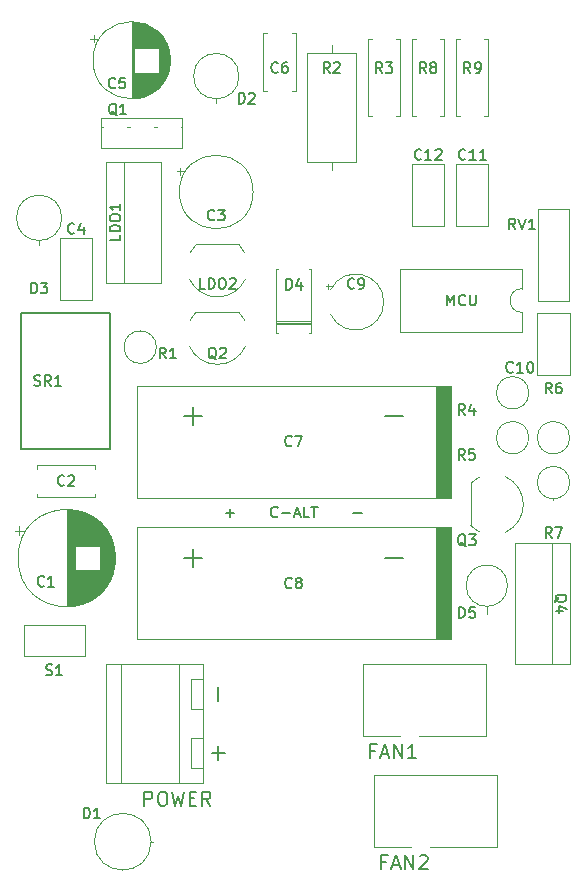
<source format=gbr>
%TF.GenerationSoftware,KiCad,Pcbnew,(6.0.11)*%
%TF.CreationDate,2024-12-17T11:08:08+01:00*%
%TF.ProjectId,Solfacon,536f6c66-6163-46f6-9e2e-6b696361645f,rev?*%
%TF.SameCoordinates,Original*%
%TF.FileFunction,Legend,Top*%
%TF.FilePolarity,Positive*%
%FSLAX46Y46*%
G04 Gerber Fmt 4.6, Leading zero omitted, Abs format (unit mm)*
G04 Created by KiCad (PCBNEW (6.0.11)) date 2024-12-17 11:08:08*
%MOMM*%
%LPD*%
G01*
G04 APERTURE LIST*
%ADD10C,0.150000*%
%ADD11C,0.200000*%
%ADD12C,0.120000*%
%ADD13C,0.127000*%
G04 APERTURE END LIST*
D10*
X47617154Y-93079270D02*
X47617154Y-91936413D01*
X48188583Y-92507842D02*
X47045726Y-92507842D01*
D11*
X63244704Y-63997273D02*
X61720895Y-63997273D01*
X46266961Y-75997273D02*
X44743152Y-75997273D01*
X45505057Y-75235369D02*
X45505057Y-76759178D01*
D10*
X48257142Y-72204416D02*
X48942857Y-72204416D01*
X48600000Y-72547273D02*
X48600000Y-71861559D01*
X52628571Y-72461559D02*
X52585714Y-72504416D01*
X52457142Y-72547273D01*
X52371428Y-72547273D01*
X52242857Y-72504416D01*
X52157142Y-72418702D01*
X52114285Y-72332988D01*
X52071428Y-72161559D01*
X52071428Y-72032988D01*
X52114285Y-71861559D01*
X52157142Y-71775845D01*
X52242857Y-71690131D01*
X52371428Y-71647273D01*
X52457142Y-71647273D01*
X52585714Y-71690131D01*
X52628571Y-71732988D01*
X53014285Y-72204416D02*
X53700000Y-72204416D01*
X54085714Y-72290131D02*
X54514285Y-72290131D01*
X54000000Y-72547273D02*
X54300000Y-71647273D01*
X54600000Y-72547273D01*
X55328571Y-72547273D02*
X54900000Y-72547273D01*
X54900000Y-71647273D01*
X55500000Y-71647273D02*
X56014285Y-71647273D01*
X55757142Y-72547273D02*
X55757142Y-71647273D01*
X59057142Y-72204416D02*
X59742857Y-72204416D01*
X47617154Y-88079270D02*
X47617154Y-86936413D01*
D11*
X46244704Y-63997273D02*
X44720895Y-63997273D01*
X45482800Y-63235369D02*
X45482800Y-64759178D01*
X63266961Y-75997273D02*
X61743152Y-75997273D01*
D10*
%TO.C,C12*%
X64801340Y-42185297D02*
X64758483Y-42228154D01*
X64629912Y-42271011D01*
X64544197Y-42271011D01*
X64415626Y-42228154D01*
X64329912Y-42142440D01*
X64287054Y-42056726D01*
X64244197Y-41885297D01*
X64244197Y-41756726D01*
X64287054Y-41585297D01*
X64329912Y-41499583D01*
X64415626Y-41413869D01*
X64544197Y-41371011D01*
X64629912Y-41371011D01*
X64758483Y-41413869D01*
X64801340Y-41456726D01*
X65658483Y-42271011D02*
X65144197Y-42271011D01*
X65401340Y-42271011D02*
X65401340Y-41371011D01*
X65315626Y-41499583D01*
X65229912Y-41585297D01*
X65144197Y-41628154D01*
X66001340Y-41456726D02*
X66044197Y-41413869D01*
X66129912Y-41371011D01*
X66344197Y-41371011D01*
X66429912Y-41413869D01*
X66472769Y-41456726D01*
X66515626Y-41542440D01*
X66515626Y-41628154D01*
X66472769Y-41756726D01*
X65958483Y-42271011D01*
X66515626Y-42271011D01*
%TO.C,R3*%
X61479686Y-34931881D02*
X61179686Y-34503310D01*
X60965400Y-34931881D02*
X60965400Y-34031881D01*
X61308257Y-34031881D01*
X61393971Y-34074739D01*
X61436828Y-34117596D01*
X61479686Y-34203310D01*
X61479686Y-34331881D01*
X61436828Y-34417596D01*
X61393971Y-34460453D01*
X61308257Y-34503310D01*
X60965400Y-34503310D01*
X61779686Y-34031881D02*
X62336828Y-34031881D01*
X62036828Y-34374739D01*
X62165400Y-34374739D01*
X62251114Y-34417596D01*
X62293971Y-34460453D01*
X62336828Y-34546167D01*
X62336828Y-34760453D01*
X62293971Y-34846167D01*
X62251114Y-34889024D01*
X62165400Y-34931881D01*
X61908257Y-34931881D01*
X61822543Y-34889024D01*
X61779686Y-34846167D01*
%TO.C,D5*%
X67987477Y-81045327D02*
X67987477Y-80145327D01*
X68201763Y-80145327D01*
X68330334Y-80188185D01*
X68416048Y-80273899D01*
X68458905Y-80359613D01*
X68501763Y-80531042D01*
X68501763Y-80659613D01*
X68458905Y-80831042D01*
X68416048Y-80916756D01*
X68330334Y-81002470D01*
X68201763Y-81045327D01*
X67987477Y-81045327D01*
X69316048Y-80145327D02*
X68887477Y-80145327D01*
X68844620Y-80573899D01*
X68887477Y-80531042D01*
X68973191Y-80488185D01*
X69187477Y-80488185D01*
X69273191Y-80531042D01*
X69316048Y-80573899D01*
X69358905Y-80659613D01*
X69358905Y-80873899D01*
X69316048Y-80959613D01*
X69273191Y-81002470D01*
X69187477Y-81045327D01*
X68973191Y-81045327D01*
X68887477Y-81002470D01*
X68844620Y-80959613D01*
%TO.C,C11*%
X68538098Y-42189131D02*
X68495241Y-42231988D01*
X68366670Y-42274845D01*
X68280955Y-42274845D01*
X68152384Y-42231988D01*
X68066670Y-42146274D01*
X68023812Y-42060560D01*
X67980955Y-41889131D01*
X67980955Y-41760560D01*
X68023812Y-41589131D01*
X68066670Y-41503417D01*
X68152384Y-41417703D01*
X68280955Y-41374845D01*
X68366670Y-41374845D01*
X68495241Y-41417703D01*
X68538098Y-41460560D01*
X69395241Y-42274845D02*
X68880955Y-42274845D01*
X69138098Y-42274845D02*
X69138098Y-41374845D01*
X69052384Y-41503417D01*
X68966670Y-41589131D01*
X68880955Y-41631988D01*
X70252384Y-42274845D02*
X69738098Y-42274845D01*
X69995241Y-42274845D02*
X69995241Y-41374845D01*
X69909527Y-41503417D01*
X69823812Y-41589131D01*
X69738098Y-41631988D01*
%TO.C,C4*%
X35432982Y-48459547D02*
X35390124Y-48502404D01*
X35261553Y-48545261D01*
X35175839Y-48545261D01*
X35047267Y-48502404D01*
X34961553Y-48416690D01*
X34918696Y-48330976D01*
X34875839Y-48159547D01*
X34875839Y-48030976D01*
X34918696Y-47859547D01*
X34961553Y-47773833D01*
X35047267Y-47688119D01*
X35175839Y-47645261D01*
X35261553Y-47645261D01*
X35390124Y-47688119D01*
X35432982Y-47730976D01*
X36204410Y-47945261D02*
X36204410Y-48545261D01*
X35990124Y-47602404D02*
X35775839Y-48245261D01*
X36332982Y-48245261D01*
%TO.C,LDO1*%
X39302400Y-48624737D02*
X39302400Y-49053309D01*
X38402400Y-49053309D01*
X39302400Y-48324737D02*
X38402400Y-48324737D01*
X38402400Y-48110451D01*
X38445258Y-47981880D01*
X38530972Y-47896166D01*
X38616686Y-47853309D01*
X38788115Y-47810451D01*
X38916686Y-47810451D01*
X39088115Y-47853309D01*
X39173829Y-47896166D01*
X39259543Y-47981880D01*
X39302400Y-48110451D01*
X39302400Y-48324737D01*
X38402400Y-47253309D02*
X38402400Y-47081880D01*
X38445258Y-46996166D01*
X38530972Y-46910451D01*
X38702400Y-46867594D01*
X39002400Y-46867594D01*
X39173829Y-46910451D01*
X39259543Y-46996166D01*
X39302400Y-47081880D01*
X39302400Y-47253309D01*
X39259543Y-47339023D01*
X39173829Y-47424737D01*
X39002400Y-47467594D01*
X38702400Y-47467594D01*
X38530972Y-47424737D01*
X38445258Y-47339023D01*
X38402400Y-47253309D01*
X39302400Y-46010451D02*
X39302400Y-46524737D01*
X39302400Y-46267594D02*
X38402400Y-46267594D01*
X38530972Y-46353309D01*
X38616686Y-46439023D01*
X38659543Y-46524737D01*
%TO.C,*%
%TO.C,Q1*%
X39009949Y-38503486D02*
X38924235Y-38460629D01*
X38838521Y-38374914D01*
X38709949Y-38246343D01*
X38624235Y-38203486D01*
X38538521Y-38203486D01*
X38581378Y-38417771D02*
X38495664Y-38374914D01*
X38409949Y-38289200D01*
X38367092Y-38117771D01*
X38367092Y-37817771D01*
X38409949Y-37646343D01*
X38495664Y-37560629D01*
X38581378Y-37517771D01*
X38752806Y-37517771D01*
X38838521Y-37560629D01*
X38924235Y-37646343D01*
X38967092Y-37817771D01*
X38967092Y-38117771D01*
X38924235Y-38289200D01*
X38838521Y-38374914D01*
X38752806Y-38417771D01*
X38581378Y-38417771D01*
X39824235Y-38417771D02*
X39309949Y-38417771D01*
X39567092Y-38417771D02*
X39567092Y-37517771D01*
X39481378Y-37646343D01*
X39395664Y-37732057D01*
X39309949Y-37774914D01*
%TO.C,*%
%TO.C,C5*%
X38879794Y-36127608D02*
X38836936Y-36170465D01*
X38708365Y-36213322D01*
X38622651Y-36213322D01*
X38494079Y-36170465D01*
X38408365Y-36084751D01*
X38365508Y-35999037D01*
X38322651Y-35827608D01*
X38322651Y-35699037D01*
X38365508Y-35527608D01*
X38408365Y-35441894D01*
X38494079Y-35356180D01*
X38622651Y-35313322D01*
X38708365Y-35313322D01*
X38836936Y-35356180D01*
X38879794Y-35399037D01*
X39694079Y-35313322D02*
X39265508Y-35313322D01*
X39222651Y-35741894D01*
X39265508Y-35699037D01*
X39351222Y-35656180D01*
X39565508Y-35656180D01*
X39651222Y-35699037D01*
X39694079Y-35741894D01*
X39736936Y-35827608D01*
X39736936Y-36041894D01*
X39694079Y-36127608D01*
X39651222Y-36170465D01*
X39565508Y-36213322D01*
X39351222Y-36213322D01*
X39265508Y-36170465D01*
X39222651Y-36127608D01*
%TO.C,RV1*%
X72770717Y-48167980D02*
X72470717Y-47739409D01*
X72256432Y-48167980D02*
X72256432Y-47267980D01*
X72599289Y-47267980D01*
X72685003Y-47310838D01*
X72727860Y-47353695D01*
X72770717Y-47439409D01*
X72770717Y-47567980D01*
X72727860Y-47653695D01*
X72685003Y-47696552D01*
X72599289Y-47739409D01*
X72256432Y-47739409D01*
X73027860Y-47267980D02*
X73327860Y-48167980D01*
X73627860Y-47267980D01*
X74399289Y-48167980D02*
X73885003Y-48167980D01*
X74142146Y-48167980D02*
X74142146Y-47267980D01*
X74056432Y-47396552D01*
X73970717Y-47482266D01*
X73885003Y-47525123D01*
%TO.C,Q4*%
X76090099Y-79758736D02*
X76132957Y-79673022D01*
X76218671Y-79587308D01*
X76347242Y-79458736D01*
X76390099Y-79373022D01*
X76390099Y-79287308D01*
X76175814Y-79330165D02*
X76218671Y-79244451D01*
X76304385Y-79158736D01*
X76475814Y-79115879D01*
X76775814Y-79115879D01*
X76947242Y-79158736D01*
X77032957Y-79244451D01*
X77075814Y-79330165D01*
X77075814Y-79501593D01*
X77032957Y-79587308D01*
X76947242Y-79673022D01*
X76775814Y-79715879D01*
X76475814Y-79715879D01*
X76304385Y-79673022D01*
X76218671Y-79587308D01*
X76175814Y-79501593D01*
X76175814Y-79330165D01*
X76775814Y-80487308D02*
X76175814Y-80487308D01*
X77118671Y-80273022D02*
X76475814Y-80058736D01*
X76475814Y-80615879D01*
%TO.C,R5*%
X68489706Y-67657881D02*
X68189706Y-67229310D01*
X67975420Y-67657881D02*
X67975420Y-66757881D01*
X68318277Y-66757881D01*
X68403991Y-66800739D01*
X68446848Y-66843596D01*
X68489706Y-66929310D01*
X68489706Y-67057881D01*
X68446848Y-67143596D01*
X68403991Y-67186453D01*
X68318277Y-67229310D01*
X67975420Y-67229310D01*
X69303991Y-66757881D02*
X68875420Y-66757881D01*
X68832563Y-67186453D01*
X68875420Y-67143596D01*
X68961134Y-67100739D01*
X69175420Y-67100739D01*
X69261134Y-67143596D01*
X69303991Y-67186453D01*
X69346848Y-67272167D01*
X69346848Y-67486453D01*
X69303991Y-67572167D01*
X69261134Y-67615024D01*
X69175420Y-67657881D01*
X68961134Y-67657881D01*
X68875420Y-67615024D01*
X68832563Y-67572167D01*
%TO.C,C6*%
X52634722Y-34833239D02*
X52591864Y-34876096D01*
X52463293Y-34918953D01*
X52377579Y-34918953D01*
X52249007Y-34876096D01*
X52163293Y-34790382D01*
X52120436Y-34704668D01*
X52077579Y-34533239D01*
X52077579Y-34404668D01*
X52120436Y-34233239D01*
X52163293Y-34147525D01*
X52249007Y-34061811D01*
X52377579Y-34018953D01*
X52463293Y-34018953D01*
X52591864Y-34061811D01*
X52634722Y-34104668D01*
X53406150Y-34018953D02*
X53234722Y-34018953D01*
X53149007Y-34061811D01*
X53106150Y-34104668D01*
X53020436Y-34233239D01*
X52977579Y-34404668D01*
X52977579Y-34747525D01*
X53020436Y-34833239D01*
X53063293Y-34876096D01*
X53149007Y-34918953D01*
X53320436Y-34918953D01*
X53406150Y-34876096D01*
X53449007Y-34833239D01*
X53491864Y-34747525D01*
X53491864Y-34533239D01*
X53449007Y-34447525D01*
X53406150Y-34404668D01*
X53320436Y-34361811D01*
X53149007Y-34361811D01*
X53063293Y-34404668D01*
X53020436Y-34447525D01*
X52977579Y-34533239D01*
%TO.C,Q2*%
X47454285Y-59177911D02*
X47368571Y-59135054D01*
X47282857Y-59049339D01*
X47154285Y-58920768D01*
X47068571Y-58877911D01*
X46982857Y-58877911D01*
X47025714Y-59092196D02*
X46940000Y-59049339D01*
X46854285Y-58963625D01*
X46811428Y-58792196D01*
X46811428Y-58492196D01*
X46854285Y-58320768D01*
X46940000Y-58235054D01*
X47025714Y-58192196D01*
X47197142Y-58192196D01*
X47282857Y-58235054D01*
X47368571Y-58320768D01*
X47411428Y-58492196D01*
X47411428Y-58792196D01*
X47368571Y-58963625D01*
X47282857Y-59049339D01*
X47197142Y-59092196D01*
X47025714Y-59092196D01*
X47754285Y-58277911D02*
X47797142Y-58235054D01*
X47882857Y-58192196D01*
X48097142Y-58192196D01*
X48182857Y-58235054D01*
X48225714Y-58277911D01*
X48268571Y-58363625D01*
X48268571Y-58449339D01*
X48225714Y-58577911D01*
X47711428Y-59092196D01*
X48268571Y-59092196D01*
%TO.C,FAN2*%
X61796465Y-101713238D02*
X61396465Y-101713238D01*
X61396465Y-102341810D02*
X61396465Y-101141810D01*
X61967894Y-101141810D01*
X62367894Y-101998953D02*
X62939323Y-101998953D01*
X62253608Y-102341810D02*
X62653608Y-101141810D01*
X63053608Y-102341810D01*
X63453608Y-102341810D02*
X63453608Y-101141810D01*
X64139323Y-102341810D01*
X64139323Y-101141810D01*
X64653608Y-101256095D02*
X64710751Y-101198953D01*
X64825037Y-101141810D01*
X65110751Y-101141810D01*
X65225037Y-101198953D01*
X65282180Y-101256095D01*
X65339323Y-101370381D01*
X65339323Y-101484667D01*
X65282180Y-101656095D01*
X64596465Y-102341810D01*
X65339323Y-102341810D01*
%TO.C,*%
%TO.C,C1*%
X32878792Y-78321428D02*
X32835934Y-78364285D01*
X32707363Y-78407142D01*
X32621649Y-78407142D01*
X32493077Y-78364285D01*
X32407363Y-78278571D01*
X32364506Y-78192857D01*
X32321649Y-78021428D01*
X32321649Y-77892857D01*
X32364506Y-77721428D01*
X32407363Y-77635714D01*
X32493077Y-77550000D01*
X32621649Y-77507142D01*
X32707363Y-77507142D01*
X32835934Y-77550000D01*
X32878792Y-77592857D01*
X33735934Y-78407142D02*
X33221649Y-78407142D01*
X33478792Y-78407142D02*
X33478792Y-77507142D01*
X33393077Y-77635714D01*
X33307363Y-77721428D01*
X33221649Y-77764285D01*
%TO.C,C8*%
X53838286Y-78461559D02*
X53795428Y-78504416D01*
X53666857Y-78547273D01*
X53581143Y-78547273D01*
X53452571Y-78504416D01*
X53366857Y-78418702D01*
X53324000Y-78332988D01*
X53281143Y-78161559D01*
X53281143Y-78032988D01*
X53324000Y-77861559D01*
X53366857Y-77775845D01*
X53452571Y-77690131D01*
X53581143Y-77647273D01*
X53666857Y-77647273D01*
X53795428Y-77690131D01*
X53838286Y-77732988D01*
X54352571Y-78032988D02*
X54266857Y-77990131D01*
X54224000Y-77947273D01*
X54181143Y-77861559D01*
X54181143Y-77818702D01*
X54224000Y-77732988D01*
X54266857Y-77690131D01*
X54352571Y-77647273D01*
X54524000Y-77647273D01*
X54609714Y-77690131D01*
X54652571Y-77732988D01*
X54695428Y-77818702D01*
X54695428Y-77861559D01*
X54652571Y-77947273D01*
X54609714Y-77990131D01*
X54524000Y-78032988D01*
X54352571Y-78032988D01*
X54266857Y-78075845D01*
X54224000Y-78118702D01*
X54181143Y-78204416D01*
X54181143Y-78375845D01*
X54224000Y-78461559D01*
X54266857Y-78504416D01*
X54352571Y-78547273D01*
X54524000Y-78547273D01*
X54609714Y-78504416D01*
X54652571Y-78461559D01*
X54695428Y-78375845D01*
X54695428Y-78204416D01*
X54652571Y-78118702D01*
X54609714Y-78075845D01*
X54524000Y-78032988D01*
%TO.C,R1*%
X43182291Y-59095184D02*
X42882291Y-58666613D01*
X42668005Y-59095184D02*
X42668005Y-58195184D01*
X43010862Y-58195184D01*
X43096576Y-58238042D01*
X43139433Y-58280899D01*
X43182291Y-58366613D01*
X43182291Y-58495184D01*
X43139433Y-58580899D01*
X43096576Y-58623756D01*
X43010862Y-58666613D01*
X42668005Y-58666613D01*
X44039433Y-59095184D02*
X43525148Y-59095184D01*
X43782291Y-59095184D02*
X43782291Y-58195184D01*
X43696576Y-58323756D01*
X43610862Y-58409470D01*
X43525148Y-58452327D01*
%TO.C,C10*%
X72565611Y-60202607D02*
X72522754Y-60245464D01*
X72394183Y-60288321D01*
X72308468Y-60288321D01*
X72179897Y-60245464D01*
X72094183Y-60159750D01*
X72051325Y-60074036D01*
X72008468Y-59902607D01*
X72008468Y-59774036D01*
X72051325Y-59602607D01*
X72094183Y-59516893D01*
X72179897Y-59431179D01*
X72308468Y-59388321D01*
X72394183Y-59388321D01*
X72522754Y-59431179D01*
X72565611Y-59474036D01*
X73422754Y-60288321D02*
X72908468Y-60288321D01*
X73165611Y-60288321D02*
X73165611Y-59388321D01*
X73079897Y-59516893D01*
X72994183Y-59602607D01*
X72908468Y-59645464D01*
X73979897Y-59388321D02*
X74065611Y-59388321D01*
X74151325Y-59431179D01*
X74194183Y-59474036D01*
X74237040Y-59559750D01*
X74279897Y-59731179D01*
X74279897Y-59945464D01*
X74237040Y-60116893D01*
X74194183Y-60202607D01*
X74151325Y-60245464D01*
X74065611Y-60288321D01*
X73979897Y-60288321D01*
X73894183Y-60245464D01*
X73851325Y-60202607D01*
X73808468Y-60116893D01*
X73765611Y-59945464D01*
X73765611Y-59731179D01*
X73808468Y-59559750D01*
X73851325Y-59474036D01*
X73894183Y-59431179D01*
X73979897Y-59388321D01*
%TO.C,C3*%
X47286198Y-47321428D02*
X47243340Y-47364285D01*
X47114769Y-47407142D01*
X47029055Y-47407142D01*
X46900483Y-47364285D01*
X46814769Y-47278571D01*
X46771912Y-47192857D01*
X46729055Y-47021428D01*
X46729055Y-46892857D01*
X46771912Y-46721428D01*
X46814769Y-46635714D01*
X46900483Y-46550000D01*
X47029055Y-46507142D01*
X47114769Y-46507142D01*
X47243340Y-46550000D01*
X47286198Y-46592857D01*
X47586198Y-46507142D02*
X48143340Y-46507142D01*
X47843340Y-46850000D01*
X47971912Y-46850000D01*
X48057626Y-46892857D01*
X48100483Y-46935714D01*
X48143340Y-47021428D01*
X48143340Y-47235714D01*
X48100483Y-47321428D01*
X48057626Y-47364285D01*
X47971912Y-47407142D01*
X47714769Y-47407142D01*
X47629055Y-47364285D01*
X47586198Y-47321428D01*
%TO.C,D4*%
X53343551Y-53260933D02*
X53343551Y-52360933D01*
X53557837Y-52360933D01*
X53686408Y-52403791D01*
X53772122Y-52489505D01*
X53814979Y-52575219D01*
X53857837Y-52746648D01*
X53857837Y-52875219D01*
X53814979Y-53046648D01*
X53772122Y-53132362D01*
X53686408Y-53218076D01*
X53557837Y-53260933D01*
X53343551Y-53260933D01*
X54629265Y-52660933D02*
X54629265Y-53260933D01*
X54414979Y-52318076D02*
X54200694Y-52960933D01*
X54757837Y-52960933D01*
%TO.C,R7*%
X75838286Y-74260892D02*
X75538286Y-73832321D01*
X75324000Y-74260892D02*
X75324000Y-73360892D01*
X75666857Y-73360892D01*
X75752571Y-73403750D01*
X75795428Y-73446607D01*
X75838286Y-73532321D01*
X75838286Y-73660892D01*
X75795428Y-73746607D01*
X75752571Y-73789464D01*
X75666857Y-73832321D01*
X75324000Y-73832321D01*
X76138286Y-73360892D02*
X76738286Y-73360892D01*
X76352571Y-74260892D01*
%TO.C,D2*%
X49335714Y-37517142D02*
X49335714Y-36617142D01*
X49550000Y-36617142D01*
X49678571Y-36660000D01*
X49764285Y-36745714D01*
X49807142Y-36831428D01*
X49850000Y-37002857D01*
X49850000Y-37131428D01*
X49807142Y-37302857D01*
X49764285Y-37388571D01*
X49678571Y-37474285D01*
X49550000Y-37517142D01*
X49335714Y-37517142D01*
X50192857Y-36702857D02*
X50235714Y-36660000D01*
X50321428Y-36617142D01*
X50535714Y-36617142D01*
X50621428Y-36660000D01*
X50664285Y-36702857D01*
X50707142Y-36788571D01*
X50707142Y-36874285D01*
X50664285Y-37002857D01*
X50150000Y-37517142D01*
X50707142Y-37517142D01*
%TO.C, *%
%TO.C,*%
%TO.C,C2*%
X34576954Y-69801341D02*
X34534096Y-69844198D01*
X34405525Y-69887055D01*
X34319811Y-69887055D01*
X34191239Y-69844198D01*
X34105525Y-69758484D01*
X34062668Y-69672770D01*
X34019811Y-69501341D01*
X34019811Y-69372770D01*
X34062668Y-69201341D01*
X34105525Y-69115627D01*
X34191239Y-69029913D01*
X34319811Y-68987055D01*
X34405525Y-68987055D01*
X34534096Y-69029913D01*
X34576954Y-69072770D01*
X34919811Y-69072770D02*
X34962668Y-69029913D01*
X35048382Y-68987055D01*
X35262668Y-68987055D01*
X35348382Y-69029913D01*
X35391239Y-69072770D01*
X35434096Y-69158484D01*
X35434096Y-69244198D01*
X35391239Y-69372770D01*
X34876954Y-69887055D01*
X35434096Y-69887055D01*
%TO.C,R8*%
X65220112Y-34931881D02*
X64920112Y-34503310D01*
X64705826Y-34931881D02*
X64705826Y-34031881D01*
X65048683Y-34031881D01*
X65134397Y-34074739D01*
X65177254Y-34117596D01*
X65220112Y-34203310D01*
X65220112Y-34331881D01*
X65177254Y-34417596D01*
X65134397Y-34460453D01*
X65048683Y-34503310D01*
X64705826Y-34503310D01*
X65734397Y-34417596D02*
X65648683Y-34374739D01*
X65605826Y-34331881D01*
X65562969Y-34246167D01*
X65562969Y-34203310D01*
X65605826Y-34117596D01*
X65648683Y-34074739D01*
X65734397Y-34031881D01*
X65905826Y-34031881D01*
X65991540Y-34074739D01*
X66034397Y-34117596D01*
X66077254Y-34203310D01*
X66077254Y-34246167D01*
X66034397Y-34331881D01*
X65991540Y-34374739D01*
X65905826Y-34417596D01*
X65734397Y-34417596D01*
X65648683Y-34460453D01*
X65605826Y-34503310D01*
X65562969Y-34589024D01*
X65562969Y-34760453D01*
X65605826Y-34846167D01*
X65648683Y-34889024D01*
X65734397Y-34931881D01*
X65905826Y-34931881D01*
X65991540Y-34889024D01*
X66034397Y-34846167D01*
X66077254Y-34760453D01*
X66077254Y-34589024D01*
X66034397Y-34503310D01*
X65991540Y-34460453D01*
X65905826Y-34417596D01*
%TO.C,Q3*%
X68578401Y-74982994D02*
X68492687Y-74940137D01*
X68406973Y-74854422D01*
X68278401Y-74725851D01*
X68192687Y-74682994D01*
X68106973Y-74682994D01*
X68149830Y-74897279D02*
X68064116Y-74854422D01*
X67978401Y-74768708D01*
X67935544Y-74597279D01*
X67935544Y-74297279D01*
X67978401Y-74125851D01*
X68064116Y-74040137D01*
X68149830Y-73997279D01*
X68321258Y-73997279D01*
X68406973Y-74040137D01*
X68492687Y-74125851D01*
X68535544Y-74297279D01*
X68535544Y-74597279D01*
X68492687Y-74768708D01*
X68406973Y-74854422D01*
X68321258Y-74897279D01*
X68149830Y-74897279D01*
X68835544Y-73997279D02*
X69392687Y-73997279D01*
X69092687Y-74340137D01*
X69221258Y-74340137D01*
X69306973Y-74382994D01*
X69349830Y-74425851D01*
X69392687Y-74511565D01*
X69392687Y-74725851D01*
X69349830Y-74811565D01*
X69306973Y-74854422D01*
X69221258Y-74897279D01*
X68964116Y-74897279D01*
X68878401Y-74854422D01*
X68835544Y-74811565D01*
%TO.C,C7*%
X53838286Y-66461559D02*
X53795428Y-66504416D01*
X53666857Y-66547273D01*
X53581143Y-66547273D01*
X53452571Y-66504416D01*
X53366857Y-66418702D01*
X53324000Y-66332988D01*
X53281143Y-66161559D01*
X53281143Y-66032988D01*
X53324000Y-65861559D01*
X53366857Y-65775845D01*
X53452571Y-65690131D01*
X53581143Y-65647273D01*
X53666857Y-65647273D01*
X53795428Y-65690131D01*
X53838286Y-65732988D01*
X54138286Y-65647273D02*
X54738286Y-65647273D01*
X54352571Y-66547273D01*
%TO.C,*%
%TO.C,R9*%
X68965614Y-34931881D02*
X68665614Y-34503310D01*
X68451328Y-34931881D02*
X68451328Y-34031881D01*
X68794185Y-34031881D01*
X68879899Y-34074739D01*
X68922756Y-34117596D01*
X68965614Y-34203310D01*
X68965614Y-34331881D01*
X68922756Y-34417596D01*
X68879899Y-34460453D01*
X68794185Y-34503310D01*
X68451328Y-34503310D01*
X69394185Y-34931881D02*
X69565614Y-34931881D01*
X69651328Y-34889024D01*
X69694185Y-34846167D01*
X69779899Y-34717596D01*
X69822756Y-34546167D01*
X69822756Y-34203310D01*
X69779899Y-34117596D01*
X69737042Y-34074739D01*
X69651328Y-34031881D01*
X69479899Y-34031881D01*
X69394185Y-34074739D01*
X69351328Y-34117596D01*
X69308471Y-34203310D01*
X69308471Y-34417596D01*
X69351328Y-34503310D01*
X69394185Y-34546167D01*
X69479899Y-34589024D01*
X69651328Y-34589024D01*
X69737042Y-34546167D01*
X69779899Y-34503310D01*
X69822756Y-34417596D01*
%TO.C,LDO2*%
X46487522Y-53193886D02*
X46058951Y-53193886D01*
X46058951Y-52293886D01*
X46787522Y-53193886D02*
X46787522Y-52293886D01*
X47001808Y-52293886D01*
X47130379Y-52336744D01*
X47216093Y-52422458D01*
X47258951Y-52508172D01*
X47301808Y-52679601D01*
X47301808Y-52808172D01*
X47258951Y-52979601D01*
X47216093Y-53065315D01*
X47130379Y-53151029D01*
X47001808Y-53193886D01*
X46787522Y-53193886D01*
X47858951Y-52293886D02*
X48030379Y-52293886D01*
X48116093Y-52336744D01*
X48201808Y-52422458D01*
X48244665Y-52593886D01*
X48244665Y-52893886D01*
X48201808Y-53065315D01*
X48116093Y-53151029D01*
X48030379Y-53193886D01*
X47858951Y-53193886D01*
X47773236Y-53151029D01*
X47687522Y-53065315D01*
X47644665Y-52893886D01*
X47644665Y-52593886D01*
X47687522Y-52422458D01*
X47773236Y-52336744D01*
X47858951Y-52293886D01*
X48587522Y-52379601D02*
X48630379Y-52336744D01*
X48716093Y-52293886D01*
X48930379Y-52293886D01*
X49016093Y-52336744D01*
X49058951Y-52379601D01*
X49101808Y-52465315D01*
X49101808Y-52551029D01*
X49058951Y-52679601D01*
X48544665Y-53193886D01*
X49101808Y-53193886D01*
%TO.C,POWER1*%
X41350825Y-96974572D02*
X41350825Y-95774572D01*
X41807968Y-95774572D01*
X41922254Y-95831715D01*
X41979396Y-95888857D01*
X42036539Y-96003143D01*
X42036539Y-96174572D01*
X41979396Y-96288857D01*
X41922254Y-96346000D01*
X41807968Y-96403143D01*
X41350825Y-96403143D01*
X42779396Y-95774572D02*
X43007968Y-95774572D01*
X43122254Y-95831715D01*
X43236539Y-95946000D01*
X43293682Y-96174572D01*
X43293682Y-96574572D01*
X43236539Y-96803143D01*
X43122254Y-96917429D01*
X43007968Y-96974572D01*
X42779396Y-96974572D01*
X42665111Y-96917429D01*
X42550825Y-96803143D01*
X42493682Y-96574572D01*
X42493682Y-96174572D01*
X42550825Y-95946000D01*
X42665111Y-95831715D01*
X42779396Y-95774572D01*
X43693682Y-95774572D02*
X43979396Y-96974572D01*
X44207968Y-96117429D01*
X44436539Y-96974572D01*
X44722254Y-95774572D01*
X45179396Y-96346000D02*
X45579396Y-96346000D01*
X45750825Y-96974572D02*
X45179396Y-96974572D01*
X45179396Y-95774572D01*
X45750825Y-95774572D01*
X46950825Y-96974572D02*
X46550825Y-96403143D01*
X46265111Y-96974572D02*
X46265111Y-95774572D01*
X46722254Y-95774572D01*
X46836539Y-95831715D01*
X46893682Y-95888857D01*
X46950825Y-96003143D01*
X46950825Y-96174572D01*
X46893682Y-96288857D01*
X46836539Y-96346000D01*
X46722254Y-96403143D01*
X46265111Y-96403143D01*
%TO.C,S1*%
X33044285Y-85864285D02*
X33172857Y-85907142D01*
X33387142Y-85907142D01*
X33472857Y-85864285D01*
X33515714Y-85821428D01*
X33558571Y-85735714D01*
X33558571Y-85650000D01*
X33515714Y-85564285D01*
X33472857Y-85521428D01*
X33387142Y-85478571D01*
X33215714Y-85435714D01*
X33130000Y-85392857D01*
X33087142Y-85350000D01*
X33044285Y-85264285D01*
X33044285Y-85178571D01*
X33087142Y-85092857D01*
X33130000Y-85050000D01*
X33215714Y-85007142D01*
X33430000Y-85007142D01*
X33558571Y-85050000D01*
X34415714Y-85907142D02*
X33901428Y-85907142D01*
X34158571Y-85907142D02*
X34158571Y-85007142D01*
X34072857Y-85135714D01*
X33987142Y-85221428D01*
X33901428Y-85264285D01*
%TO.C,R6*%
X75838286Y-62059267D02*
X75538286Y-61630696D01*
X75324000Y-62059267D02*
X75324000Y-61159267D01*
X75666857Y-61159267D01*
X75752571Y-61202125D01*
X75795428Y-61244982D01*
X75838286Y-61330696D01*
X75838286Y-61459267D01*
X75795428Y-61544982D01*
X75752571Y-61587839D01*
X75666857Y-61630696D01*
X75324000Y-61630696D01*
X76609714Y-61159267D02*
X76438286Y-61159267D01*
X76352571Y-61202125D01*
X76309714Y-61244982D01*
X76224000Y-61373553D01*
X76181143Y-61544982D01*
X76181143Y-61887839D01*
X76224000Y-61973553D01*
X76266857Y-62016410D01*
X76352571Y-62059267D01*
X76524000Y-62059267D01*
X76609714Y-62016410D01*
X76652571Y-61973553D01*
X76695428Y-61887839D01*
X76695428Y-61673553D01*
X76652571Y-61587839D01*
X76609714Y-61544982D01*
X76524000Y-61502125D01*
X76352571Y-61502125D01*
X76266857Y-61544982D01*
X76224000Y-61587839D01*
X76181143Y-61673553D01*
%TO.C,D1*%
X36221543Y-98027932D02*
X36221543Y-97127932D01*
X36435829Y-97127932D01*
X36564400Y-97170790D01*
X36650114Y-97256504D01*
X36692971Y-97342218D01*
X36735829Y-97513647D01*
X36735829Y-97642218D01*
X36692971Y-97813647D01*
X36650114Y-97899361D01*
X36564400Y-97985075D01*
X36435829Y-98027932D01*
X36221543Y-98027932D01*
X37592971Y-98027932D02*
X37078686Y-98027932D01*
X37335829Y-98027932D02*
X37335829Y-97127932D01*
X37250114Y-97256504D01*
X37164400Y-97342218D01*
X37078686Y-97385075D01*
%TO.C,FAN1*%
X60839962Y-92296063D02*
X60439962Y-92296063D01*
X60439962Y-92924635D02*
X60439962Y-91724635D01*
X61011391Y-91724635D01*
X61411391Y-92581778D02*
X61982820Y-92581778D01*
X61297105Y-92924635D02*
X61697105Y-91724635D01*
X62097105Y-92924635D01*
X62497105Y-92924635D02*
X62497105Y-91724635D01*
X63182820Y-92924635D01*
X63182820Y-91724635D01*
X64382820Y-92924635D02*
X63697105Y-92924635D01*
X64039962Y-92924635D02*
X64039962Y-91724635D01*
X63925677Y-91896063D01*
X63811391Y-92010349D01*
X63697105Y-92067492D01*
%TO.C,R4*%
X68489706Y-63870378D02*
X68189706Y-63441807D01*
X67975420Y-63870378D02*
X67975420Y-62970378D01*
X68318277Y-62970378D01*
X68403991Y-63013236D01*
X68446848Y-63056093D01*
X68489706Y-63141807D01*
X68489706Y-63270378D01*
X68446848Y-63356093D01*
X68403991Y-63398950D01*
X68318277Y-63441807D01*
X67975420Y-63441807D01*
X69261134Y-63270378D02*
X69261134Y-63870378D01*
X69046848Y-62927521D02*
X68832563Y-63570378D01*
X69389706Y-63570378D01*
%TO.C,SR1*%
X32015297Y-61364285D02*
X32143869Y-61407142D01*
X32358154Y-61407142D01*
X32443869Y-61364285D01*
X32486726Y-61321428D01*
X32529583Y-61235714D01*
X32529583Y-61150000D01*
X32486726Y-61064285D01*
X32443869Y-61021428D01*
X32358154Y-60978571D01*
X32186726Y-60935714D01*
X32101012Y-60892857D01*
X32058154Y-60850000D01*
X32015297Y-60764285D01*
X32015297Y-60678571D01*
X32058154Y-60592857D01*
X32101012Y-60550000D01*
X32186726Y-60507142D01*
X32401012Y-60507142D01*
X32529583Y-60550000D01*
X33429583Y-61407142D02*
X33129583Y-60978571D01*
X32915297Y-61407142D02*
X32915297Y-60507142D01*
X33258154Y-60507142D01*
X33343869Y-60550000D01*
X33386726Y-60592857D01*
X33429583Y-60678571D01*
X33429583Y-60807142D01*
X33386726Y-60892857D01*
X33343869Y-60935714D01*
X33258154Y-60978571D01*
X32915297Y-60978571D01*
X34286726Y-61407142D02*
X33772440Y-61407142D01*
X34029583Y-61407142D02*
X34029583Y-60507142D01*
X33943869Y-60635714D01*
X33858154Y-60721428D01*
X33772440Y-60764285D01*
%TO.C,C9*%
X59110378Y-53109379D02*
X59067520Y-53152236D01*
X58938949Y-53195093D01*
X58853235Y-53195093D01*
X58724663Y-53152236D01*
X58638949Y-53066522D01*
X58596092Y-52980808D01*
X58553235Y-52809379D01*
X58553235Y-52680808D01*
X58596092Y-52509379D01*
X58638949Y-52423665D01*
X58724663Y-52337951D01*
X58853235Y-52295093D01*
X58938949Y-52295093D01*
X59067520Y-52337951D01*
X59110378Y-52380808D01*
X59538949Y-53195093D02*
X59710378Y-53195093D01*
X59796092Y-53152236D01*
X59838949Y-53109379D01*
X59924663Y-52980808D01*
X59967520Y-52809379D01*
X59967520Y-52466522D01*
X59924663Y-52380808D01*
X59881806Y-52337951D01*
X59796092Y-52295093D01*
X59624663Y-52295093D01*
X59538949Y-52337951D01*
X59496092Y-52380808D01*
X59453235Y-52466522D01*
X59453235Y-52680808D01*
X59496092Y-52766522D01*
X59538949Y-52809379D01*
X59624663Y-52852236D01*
X59796092Y-52852236D01*
X59881806Y-52809379D01*
X59924663Y-52766522D01*
X59967520Y-52680808D01*
%TO.C,U1*%
X66966857Y-54587142D02*
X66966857Y-53687142D01*
X67266857Y-54330000D01*
X67566857Y-53687142D01*
X67566857Y-54587142D01*
X68509714Y-54501428D02*
X68466857Y-54544285D01*
X68338286Y-54587142D01*
X68252571Y-54587142D01*
X68124000Y-54544285D01*
X68038286Y-54458571D01*
X67995428Y-54372857D01*
X67952571Y-54201428D01*
X67952571Y-54072857D01*
X67995428Y-53901428D01*
X68038286Y-53815714D01*
X68124000Y-53730000D01*
X68252571Y-53687142D01*
X68338286Y-53687142D01*
X68466857Y-53730000D01*
X68509714Y-53772857D01*
X68895428Y-53687142D02*
X68895428Y-54415714D01*
X68938286Y-54501428D01*
X68981143Y-54544285D01*
X69066857Y-54587142D01*
X69238286Y-54587142D01*
X69324000Y-54544285D01*
X69366857Y-54501428D01*
X69409714Y-54415714D01*
X69409714Y-53687142D01*
%TO.C,R2*%
X57056598Y-34926641D02*
X56756598Y-34498070D01*
X56542312Y-34926641D02*
X56542312Y-34026641D01*
X56885169Y-34026641D01*
X56970883Y-34069499D01*
X57013740Y-34112356D01*
X57056598Y-34198070D01*
X57056598Y-34326641D01*
X57013740Y-34412356D01*
X56970883Y-34455213D01*
X56885169Y-34498070D01*
X56542312Y-34498070D01*
X57399455Y-34112356D02*
X57442312Y-34069499D01*
X57528026Y-34026641D01*
X57742312Y-34026641D01*
X57828026Y-34069499D01*
X57870883Y-34112356D01*
X57913740Y-34198070D01*
X57913740Y-34283784D01*
X57870883Y-34412356D01*
X57356598Y-34926641D01*
X57913740Y-34926641D01*
%TO.C,D3*%
X31776015Y-53595013D02*
X31776015Y-52695013D01*
X31990301Y-52695013D01*
X32118872Y-52737871D01*
X32204586Y-52823585D01*
X32247443Y-52909299D01*
X32290301Y-53080728D01*
X32290301Y-53209299D01*
X32247443Y-53380728D01*
X32204586Y-53466442D01*
X32118872Y-53552156D01*
X31990301Y-53595013D01*
X31776015Y-53595013D01*
X32590301Y-52695013D02*
X33147443Y-52695013D01*
X32847443Y-53037871D01*
X32976015Y-53037871D01*
X33061729Y-53080728D01*
X33104586Y-53123585D01*
X33147443Y-53209299D01*
X33147443Y-53423585D01*
X33104586Y-53509299D01*
X33061729Y-53552156D01*
X32976015Y-53595013D01*
X32718872Y-53595013D01*
X32633158Y-53552156D01*
X32590301Y-53509299D01*
%TO.C,*%
D12*
%TO.C,C12*%
X64000112Y-47870000D02*
X64000112Y-42630000D01*
X66740112Y-47870000D02*
X66740112Y-42630000D01*
X64000112Y-47870000D02*
X66740112Y-47870000D01*
X64000112Y-42630000D02*
X66740112Y-42630000D01*
%TO.C,R3*%
X62669686Y-32020340D02*
X62999686Y-32020340D01*
X60259686Y-38560340D02*
X60589686Y-38560340D01*
X62999686Y-38560340D02*
X62669686Y-38560340D01*
X60589686Y-32020340D02*
X60259686Y-32020340D01*
X62999686Y-32020340D02*
X62999686Y-38560340D01*
X60259686Y-32020340D02*
X60259686Y-38560340D01*
%TO.C,D5*%
X70350204Y-80080766D02*
X70350204Y-80740131D01*
X72100839Y-78330131D02*
G75*
G03*
X72100839Y-78330131I-1750635J0D01*
G01*
%TO.C,C11*%
X70476870Y-47870000D02*
X70476870Y-42630000D01*
X67736870Y-42630000D02*
X70476870Y-42630000D01*
X67736870Y-47870000D02*
X70476870Y-47870000D01*
X67736870Y-47870000D02*
X67736870Y-42630000D01*
%TO.C,C4*%
X36952982Y-54150987D02*
X34212982Y-54150987D01*
X36952982Y-48910987D02*
X34212982Y-48910987D01*
X36952982Y-48910987D02*
X36952982Y-54150987D01*
X34212982Y-48910987D02*
X34212982Y-54150987D01*
%TO.C,LDO1*%
X38106883Y-42433309D02*
X42747883Y-42433309D01*
X38106883Y-52673309D02*
X38106883Y-42433309D01*
X42747883Y-52673309D02*
X42747883Y-42433309D01*
X39616883Y-52673309D02*
X39616883Y-42433309D01*
X38106883Y-52673309D02*
X42747883Y-52673309D01*
%TO.C,Q1*%
X39842075Y-39469000D02*
X40115075Y-39469000D01*
X44533075Y-38730000D02*
X44533075Y-41270000D01*
X44422075Y-39469000D02*
X44533075Y-39469000D01*
X37713075Y-41270000D02*
X44533075Y-41270000D01*
X37713075Y-39469000D02*
X37824075Y-39469000D01*
X42132075Y-39469000D02*
X42405075Y-39469000D01*
X37713075Y-38730000D02*
X37713075Y-41270000D01*
X37713075Y-38730000D02*
X44533075Y-38730000D01*
%TO.C,C5*%
X41640794Y-34887238D02*
X41640794Y-36781238D01*
X40839794Y-34887238D02*
X40839794Y-37029238D01*
X42440794Y-31431238D02*
X42440794Y-32807238D01*
X42880794Y-31903238D02*
X42880794Y-35791238D01*
X41880794Y-34887238D02*
X41880794Y-36659238D01*
X42400794Y-34887238D02*
X42400794Y-36297238D01*
X40679794Y-30641238D02*
X40679794Y-32807238D01*
X43160794Y-32338238D02*
X43160794Y-35356238D01*
X42240794Y-31269238D02*
X42240794Y-32807238D01*
X42040794Y-34887238D02*
X42040794Y-36563238D01*
X41240794Y-30761238D02*
X41240794Y-32807238D01*
X40919794Y-34887238D02*
X40919794Y-37014238D01*
X41160794Y-34887238D02*
X41160794Y-36957238D01*
X41320794Y-30786238D02*
X41320794Y-32807238D01*
X42440794Y-34887238D02*
X42440794Y-36263238D01*
X41880794Y-31035238D02*
X41880794Y-32807238D01*
X41680794Y-34887238D02*
X41680794Y-36763238D01*
X43440794Y-33045238D02*
X43440794Y-34649238D01*
X42680794Y-31665238D02*
X42680794Y-36029238D01*
X41000794Y-30697238D02*
X41000794Y-32807238D01*
X42720794Y-31710238D02*
X42720794Y-35984238D01*
X43040794Y-32133238D02*
X43040794Y-35561238D01*
X36779553Y-32008238D02*
X37409553Y-32008238D01*
X41760794Y-30971238D02*
X41760794Y-32807238D01*
X37094553Y-31693238D02*
X37094553Y-32323238D01*
X41080794Y-34887238D02*
X41080794Y-36978238D01*
X41640794Y-30913238D02*
X41640794Y-32807238D01*
X41360794Y-34887238D02*
X41360794Y-36894238D01*
X40799794Y-30658238D02*
X40799794Y-32807238D01*
X41600794Y-30895238D02*
X41600794Y-32807238D01*
X41520794Y-30861238D02*
X41520794Y-32807238D01*
X42000794Y-34887238D02*
X42000794Y-36589238D01*
X43080794Y-32197238D02*
X43080794Y-35497238D01*
X40599794Y-34887238D02*
X40599794Y-37062238D01*
X42520794Y-34887238D02*
X42520794Y-36190238D01*
X41560794Y-30877238D02*
X41560794Y-32807238D01*
X40719794Y-30646238D02*
X40719794Y-32807238D01*
X42200794Y-31240238D02*
X42200794Y-32807238D01*
X42400794Y-31397238D02*
X42400794Y-32807238D01*
X40319794Y-30617238D02*
X40319794Y-37077238D01*
X40879794Y-30672238D02*
X40879794Y-32807238D01*
X41040794Y-30706238D02*
X41040794Y-32807238D01*
X42120794Y-31183238D02*
X42120794Y-32807238D01*
X42560794Y-31542238D02*
X42560794Y-32807238D01*
X40519794Y-34887238D02*
X40519794Y-37069238D01*
X41240794Y-34887238D02*
X41240794Y-36933238D01*
X42920794Y-31957238D02*
X42920794Y-35737238D01*
X42040794Y-31131238D02*
X42040794Y-32807238D01*
X40719794Y-34887238D02*
X40719794Y-37048238D01*
X42240794Y-34887238D02*
X42240794Y-36425238D01*
X42560794Y-34887238D02*
X42560794Y-36152238D01*
X40559794Y-30629238D02*
X40559794Y-32807238D01*
X41160794Y-30737238D02*
X41160794Y-32807238D01*
X41760794Y-34887238D02*
X41760794Y-36723238D01*
X40279794Y-30617238D02*
X40279794Y-37077238D01*
X40399794Y-30619238D02*
X40399794Y-37075238D01*
X40679794Y-34887238D02*
X40679794Y-37053238D01*
X41080794Y-30716238D02*
X41080794Y-32807238D01*
X41800794Y-30991238D02*
X41800794Y-32807238D01*
X41200794Y-30749238D02*
X41200794Y-32807238D01*
X42120794Y-34887238D02*
X42120794Y-36511238D01*
X41440794Y-30829238D02*
X41440794Y-32807238D01*
X41960794Y-31081238D02*
X41960794Y-32807238D01*
X43480794Y-33214238D02*
X43480794Y-34480238D01*
X42280794Y-34887238D02*
X42280794Y-36395238D01*
X41480794Y-30845238D02*
X41480794Y-32807238D01*
X41440794Y-34887238D02*
X41440794Y-36865238D01*
X43280794Y-32585238D02*
X43280794Y-35109238D01*
X41280794Y-34887238D02*
X41280794Y-36921238D01*
X41920794Y-34887238D02*
X41920794Y-36637238D01*
X41920794Y-31057238D02*
X41920794Y-32807238D01*
X41720794Y-30951238D02*
X41720794Y-32807238D01*
X43400794Y-32907238D02*
X43400794Y-34787238D01*
X42080794Y-34887238D02*
X42080794Y-36537238D01*
X41560794Y-34887238D02*
X41560794Y-36817238D01*
X42160794Y-31211238D02*
X42160794Y-32807238D01*
X42000794Y-31105238D02*
X42000794Y-32807238D01*
X41400794Y-30814238D02*
X41400794Y-32807238D01*
X40879794Y-34887238D02*
X40879794Y-37022238D01*
X41360794Y-30800238D02*
X41360794Y-32807238D01*
X40639794Y-30636238D02*
X40639794Y-32807238D01*
X43240794Y-32497238D02*
X43240794Y-35197238D01*
X40799794Y-34887238D02*
X40799794Y-37036238D01*
X41120794Y-30726238D02*
X41120794Y-32807238D01*
X40839794Y-30665238D02*
X40839794Y-32807238D01*
X41480794Y-34887238D02*
X41480794Y-36849238D01*
X41280794Y-30773238D02*
X41280794Y-32807238D01*
X40959794Y-34887238D02*
X40959794Y-37006238D01*
X41000794Y-34887238D02*
X41000794Y-36997238D01*
X41040794Y-34887238D02*
X41040794Y-36988238D01*
X42360794Y-31363238D02*
X42360794Y-32807238D01*
X41840794Y-34887238D02*
X41840794Y-36681238D01*
X41720794Y-34887238D02*
X41720794Y-36743238D01*
X40439794Y-30620238D02*
X40439794Y-37074238D01*
X42960794Y-32013238D02*
X42960794Y-35681238D01*
X40519794Y-30625238D02*
X40519794Y-32807238D01*
X40559794Y-34887238D02*
X40559794Y-37065238D01*
X41120794Y-34887238D02*
X41120794Y-36968238D01*
X41600794Y-34887238D02*
X41600794Y-36799238D01*
X42600794Y-31582238D02*
X42600794Y-36112238D01*
X43200794Y-32415238D02*
X43200794Y-35279238D01*
X43120794Y-32266238D02*
X43120794Y-35428238D01*
X42320794Y-34887238D02*
X42320794Y-36363238D01*
X42760794Y-31755238D02*
X42760794Y-35939238D01*
X42800794Y-31803238D02*
X42800794Y-35891238D01*
X42320794Y-31331238D02*
X42320794Y-32807238D01*
X41520794Y-34887238D02*
X41520794Y-36833238D01*
X43320794Y-32682238D02*
X43320794Y-35012238D01*
X41960794Y-34887238D02*
X41960794Y-36613238D01*
X42360794Y-34887238D02*
X42360794Y-36331238D01*
X41400794Y-34887238D02*
X41400794Y-36880238D01*
X43360794Y-32788238D02*
X43360794Y-34906238D01*
X42840794Y-31852238D02*
X42840794Y-35842238D01*
X40919794Y-30680238D02*
X40919794Y-32807238D01*
X41320794Y-34887238D02*
X41320794Y-36908238D01*
X40479794Y-30623238D02*
X40479794Y-37071238D01*
X43000794Y-32071238D02*
X43000794Y-35623238D01*
X40959794Y-30688238D02*
X40959794Y-32807238D01*
X40639794Y-34887238D02*
X40639794Y-37058238D01*
X41680794Y-30931238D02*
X41680794Y-32807238D01*
X41200794Y-34887238D02*
X41200794Y-36945238D01*
X41800794Y-34887238D02*
X41800794Y-36703238D01*
X42280794Y-31299238D02*
X42280794Y-32807238D01*
X42480794Y-34887238D02*
X42480794Y-36227238D01*
X40599794Y-30632238D02*
X40599794Y-32807238D01*
X42160794Y-34887238D02*
X42160794Y-36483238D01*
X42480794Y-31467238D02*
X42480794Y-32807238D01*
X40359794Y-30617238D02*
X40359794Y-37077238D01*
X41840794Y-31013238D02*
X41840794Y-32807238D01*
X42080794Y-31157238D02*
X42080794Y-32807238D01*
X42520794Y-31504238D02*
X42520794Y-32807238D01*
X40759794Y-30652238D02*
X40759794Y-32807238D01*
X43520794Y-33445238D02*
X43520794Y-34249238D01*
X40759794Y-34887238D02*
X40759794Y-37042238D01*
X42640794Y-31623238D02*
X42640794Y-36071238D01*
X42200794Y-34887238D02*
X42200794Y-36454238D01*
X43549794Y-33847238D02*
G75*
G03*
X43549794Y-33847238I-3270000J0D01*
G01*
%TO.C,RV1*%
X74658286Y-54203106D02*
X74658286Y-46463106D01*
X77318286Y-46463106D02*
X74658286Y-46463106D01*
X77318286Y-54203106D02*
X74658286Y-54203106D01*
X77318286Y-54203106D02*
X77318286Y-46463106D01*
%TO.C,Q4*%
X77374517Y-84964451D02*
X72733517Y-84964451D01*
X77374517Y-74724451D02*
X72733517Y-74724451D01*
X77374517Y-74724451D02*
X77374517Y-84964451D01*
X75864517Y-74724451D02*
X75864517Y-84964451D01*
X72733517Y-74724451D02*
X72733517Y-84964451D01*
%TO.C,R5*%
X71158286Y-65803750D02*
X71088286Y-65803750D01*
X73898286Y-65803750D02*
G75*
G03*
X73898286Y-65803750I-1370000J0D01*
G01*
%TO.C,C6*%
X51414722Y-31510340D02*
X51414722Y-36450340D01*
X54154722Y-31510340D02*
X54154722Y-36450340D01*
X51729722Y-36450340D02*
X51414722Y-36450340D01*
X54154722Y-36450340D02*
X53839722Y-36450340D01*
X51729722Y-31510340D02*
X51414722Y-31510340D01*
X54154722Y-31510340D02*
X53839722Y-31510340D01*
%TO.C,Q2*%
X49340000Y-55150000D02*
X45740000Y-55150000D01*
X45183600Y-58098807D02*
G75*
G03*
X47540000Y-59600000I2356400J1098807D01*
G01*
X49864184Y-55877205D02*
G75*
G03*
X49340000Y-55150000I-2324184J-1122795D01*
G01*
X45740000Y-55150000D02*
G75*
G03*
X45215816Y-55877205I1800000J-1850000D01*
G01*
X47540000Y-59600000D02*
G75*
G03*
X49896400Y-58098807I0J2600000D01*
G01*
%TO.C,FAN2*%
X60767600Y-100463403D02*
X63892037Y-100463403D01*
X71232400Y-100463403D02*
X71232400Y-94367403D01*
X65567963Y-100463403D02*
X71232400Y-100463403D01*
X60767600Y-94367403D02*
X60767600Y-100463403D01*
X71232400Y-94367403D02*
X60767600Y-94367403D01*
%TO.C,C1*%
X38779792Y-75052000D02*
X38779792Y-76948000D01*
X38659792Y-74654000D02*
X38659792Y-77346000D01*
X36219792Y-72179000D02*
X36219792Y-74960000D01*
X34858792Y-71920000D02*
X34858792Y-80080000D01*
X38539792Y-74355000D02*
X38539792Y-77645000D01*
X36619792Y-72353000D02*
X36619792Y-74960000D01*
X38459792Y-74187000D02*
X38459792Y-77813000D01*
X38179792Y-73713000D02*
X38179792Y-78287000D01*
X36899792Y-77040000D02*
X36899792Y-79493000D01*
X35899792Y-77040000D02*
X35899792Y-79925000D01*
X37819792Y-73259000D02*
X37819792Y-78741000D01*
X38019792Y-73495000D02*
X38019792Y-78505000D01*
X37459792Y-72910000D02*
X37459792Y-74960000D01*
X36459792Y-72278000D02*
X36459792Y-74960000D01*
X35098792Y-71932000D02*
X35098792Y-80068000D01*
X36819792Y-72460000D02*
X36819792Y-74960000D01*
X38059792Y-73546000D02*
X38059792Y-78454000D01*
X37139792Y-77040000D02*
X37139792Y-79338000D01*
X35779792Y-72043000D02*
X35779792Y-74960000D01*
X38739792Y-74902000D02*
X38739792Y-77098000D01*
X34938792Y-71923000D02*
X34938792Y-80077000D01*
X36779792Y-77040000D02*
X36779792Y-79562000D01*
X36939792Y-77040000D02*
X36939792Y-79469000D01*
X36739792Y-72416000D02*
X36739792Y-74960000D01*
X37299792Y-77040000D02*
X37299792Y-79220000D01*
X35739792Y-77040000D02*
X35739792Y-79967000D01*
X37579792Y-73017000D02*
X37579792Y-78983000D01*
X35458792Y-71976000D02*
X35458792Y-80024000D01*
X36139792Y-77040000D02*
X36139792Y-79850000D01*
X35418792Y-71970000D02*
X35418792Y-80030000D01*
X35619792Y-77040000D02*
X35619792Y-79994000D01*
X37179792Y-77040000D02*
X37179792Y-79309000D01*
X35739792Y-72033000D02*
X35739792Y-74960000D01*
X36299792Y-72210000D02*
X36299792Y-74960000D01*
X35579792Y-71998000D02*
X35579792Y-74960000D01*
X36059792Y-72123000D02*
X36059792Y-74960000D01*
X36979792Y-72556000D02*
X36979792Y-74960000D01*
X36259792Y-77040000D02*
X36259792Y-79805000D01*
X37899792Y-73349000D02*
X37899792Y-78651000D01*
X38099792Y-73600000D02*
X38099792Y-78400000D01*
X37179792Y-72691000D02*
X37179792Y-74960000D01*
X37139792Y-72662000D02*
X37139792Y-74960000D01*
X37379792Y-72844000D02*
X37379792Y-74960000D01*
X35218792Y-71943000D02*
X35218792Y-80057000D01*
X37739792Y-73174000D02*
X37739792Y-78826000D01*
X38859792Y-75467000D02*
X38859792Y-76533000D01*
X38819792Y-75232000D02*
X38819792Y-76768000D01*
X36499792Y-77040000D02*
X36499792Y-79704000D01*
X36179792Y-72165000D02*
X36179792Y-74960000D01*
X38219792Y-73772000D02*
X38219792Y-78228000D01*
X37499792Y-72945000D02*
X37499792Y-74960000D01*
X36899792Y-72507000D02*
X36899792Y-74960000D01*
X35939792Y-77040000D02*
X35939792Y-79914000D01*
X36099792Y-77040000D02*
X36099792Y-79863000D01*
X37299792Y-72780000D02*
X37299792Y-74960000D01*
X35659792Y-77040000D02*
X35659792Y-79985000D01*
X37699792Y-73133000D02*
X37699792Y-78867000D01*
X38699792Y-74771000D02*
X38699792Y-77229000D01*
X35499792Y-77040000D02*
X35499792Y-80017000D01*
X35539792Y-71990000D02*
X35539792Y-74960000D01*
X37499792Y-77040000D02*
X37499792Y-79055000D01*
X35699792Y-72024000D02*
X35699792Y-74960000D01*
X35979792Y-77040000D02*
X35979792Y-79902000D01*
X36299792Y-77040000D02*
X36299792Y-79790000D01*
X35619792Y-72006000D02*
X35619792Y-74960000D01*
X36779792Y-72438000D02*
X36779792Y-74960000D01*
X35018792Y-71926000D02*
X35018792Y-80074000D01*
X34818792Y-71920000D02*
X34818792Y-80080000D01*
X35659792Y-72015000D02*
X35659792Y-74960000D01*
X35058792Y-71929000D02*
X35058792Y-80071000D01*
X36419792Y-77040000D02*
X36419792Y-79740000D01*
X36539792Y-77040000D02*
X36539792Y-79686000D01*
X37339792Y-72811000D02*
X37339792Y-74960000D01*
X34978792Y-71924000D02*
X34978792Y-80076000D01*
X30369094Y-73685000D02*
X31169094Y-73685000D01*
X36859792Y-72483000D02*
X36859792Y-74960000D01*
X38299792Y-73898000D02*
X38299792Y-78102000D01*
X37019792Y-77040000D02*
X37019792Y-79418000D01*
X38259792Y-73834000D02*
X38259792Y-78166000D01*
X37419792Y-77040000D02*
X37419792Y-79124000D01*
X37099792Y-77040000D02*
X37099792Y-79365000D01*
X36379792Y-77040000D02*
X36379792Y-79757000D01*
X36699792Y-72394000D02*
X36699792Y-74960000D01*
X36859792Y-77040000D02*
X36859792Y-79517000D01*
X37619792Y-73055000D02*
X37619792Y-78945000D01*
X35539792Y-77040000D02*
X35539792Y-80010000D01*
X36019792Y-77040000D02*
X36019792Y-79889000D01*
X37979792Y-73444000D02*
X37979792Y-78556000D01*
X35258792Y-71948000D02*
X35258792Y-80052000D01*
X36179792Y-77040000D02*
X36179792Y-79835000D01*
X36939792Y-72531000D02*
X36939792Y-74960000D01*
X36059792Y-77040000D02*
X36059792Y-79877000D01*
X37939792Y-73396000D02*
X37939792Y-78604000D01*
X36699792Y-77040000D02*
X36699792Y-79606000D01*
X34898792Y-71921000D02*
X34898792Y-80079000D01*
X36819792Y-77040000D02*
X36819792Y-79540000D01*
X38379792Y-74036000D02*
X38379792Y-77964000D01*
X36019792Y-72111000D02*
X36019792Y-74960000D01*
X35899792Y-72075000D02*
X35899792Y-74960000D01*
X36539792Y-72314000D02*
X36539792Y-74960000D01*
X36459792Y-77040000D02*
X36459792Y-79722000D01*
X37099792Y-72635000D02*
X37099792Y-74960000D01*
X36419792Y-72260000D02*
X36419792Y-74960000D01*
X36259792Y-72195000D02*
X36259792Y-74960000D01*
X35298792Y-71952000D02*
X35298792Y-80048000D01*
X37379792Y-77040000D02*
X37379792Y-79156000D01*
X34778792Y-71920000D02*
X34778792Y-80080000D01*
X36979792Y-77040000D02*
X36979792Y-79444000D01*
X37859792Y-73303000D02*
X37859792Y-78697000D01*
X36219792Y-77040000D02*
X36219792Y-79821000D01*
X36579792Y-72334000D02*
X36579792Y-74960000D01*
X38339792Y-73966000D02*
X38339792Y-78034000D01*
X37219792Y-77040000D02*
X37219792Y-79280000D01*
X35939792Y-72086000D02*
X35939792Y-74960000D01*
X37019792Y-72582000D02*
X37019792Y-74960000D01*
X36579792Y-77040000D02*
X36579792Y-79666000D01*
X37779792Y-73216000D02*
X37779792Y-78784000D01*
X36139792Y-72150000D02*
X36139792Y-74960000D01*
X37259792Y-77040000D02*
X37259792Y-79250000D01*
X36099792Y-72137000D02*
X36099792Y-74960000D01*
X36339792Y-77040000D02*
X36339792Y-79774000D01*
X36339792Y-72226000D02*
X36339792Y-74960000D01*
X37219792Y-72720000D02*
X37219792Y-74960000D01*
X35378792Y-71963000D02*
X35378792Y-80037000D01*
X35819792Y-77040000D02*
X35819792Y-79947000D01*
X38419792Y-74110000D02*
X38419792Y-77890000D01*
X38499792Y-74269000D02*
X38499792Y-77731000D01*
X35819792Y-72053000D02*
X35819792Y-74960000D01*
X36379792Y-72243000D02*
X36379792Y-74960000D01*
X37339792Y-77040000D02*
X37339792Y-79189000D01*
X37659792Y-73093000D02*
X37659792Y-78907000D01*
X35579792Y-77040000D02*
X35579792Y-80002000D01*
X35779792Y-77040000D02*
X35779792Y-79957000D01*
X38139792Y-73655000D02*
X38139792Y-78345000D01*
X35859792Y-72064000D02*
X35859792Y-74960000D01*
X35499792Y-71983000D02*
X35499792Y-74960000D01*
X36499792Y-72296000D02*
X36499792Y-74960000D01*
X36659792Y-72373000D02*
X36659792Y-74960000D01*
X38579792Y-74448000D02*
X38579792Y-77552000D01*
X37539792Y-72981000D02*
X37539792Y-74960000D01*
X37059792Y-72608000D02*
X37059792Y-74960000D01*
X35699792Y-77040000D02*
X35699792Y-79976000D01*
X37059792Y-77040000D02*
X37059792Y-79392000D01*
X37459792Y-77040000D02*
X37459792Y-79090000D01*
X36659792Y-77040000D02*
X36659792Y-79627000D01*
X36739792Y-77040000D02*
X36739792Y-79584000D01*
X36619792Y-77040000D02*
X36619792Y-79647000D01*
X35138792Y-71935000D02*
X35138792Y-80065000D01*
X37539792Y-77040000D02*
X37539792Y-79019000D01*
X35178792Y-71939000D02*
X35178792Y-80061000D01*
X37419792Y-72876000D02*
X37419792Y-74960000D01*
X35859792Y-77040000D02*
X35859792Y-79936000D01*
X35979792Y-72098000D02*
X35979792Y-74960000D01*
X38619792Y-74547000D02*
X38619792Y-77453000D01*
X30769094Y-73285000D02*
X30769094Y-74085000D01*
X37259792Y-72750000D02*
X37259792Y-74960000D01*
X35338792Y-71958000D02*
X35338792Y-80042000D01*
X38898792Y-76000000D02*
G75*
G03*
X38898792Y-76000000I-4120000J0D01*
G01*
%TO.C,C8*%
X67288286Y-73390131D02*
X67288286Y-82890131D01*
X40688286Y-82890131D02*
X40688286Y-73390131D01*
X40688286Y-73390131D02*
X67288286Y-73390131D01*
X67288286Y-82890131D02*
X40688286Y-82890131D01*
G36*
X66006831Y-73388358D02*
G01*
X67288286Y-73388358D01*
X67288286Y-82891905D01*
X66006831Y-82891905D01*
X66006831Y-73388358D01*
G37*
%TO.C,R1*%
X41000000Y-56774515D02*
X41000000Y-56704515D01*
X42370000Y-58144515D02*
G75*
G03*
X42370000Y-58144515I-1370000J0D01*
G01*
%TO.C,C10*%
X74618286Y-55270131D02*
X77358286Y-55270131D01*
X74618286Y-60510131D02*
X77358286Y-60510131D01*
X77358286Y-60510131D02*
X77358286Y-55270131D01*
X74618286Y-60510131D02*
X74618286Y-55270131D01*
%TO.C,C3*%
X44096449Y-43245000D02*
X44696449Y-43245000D01*
X44396449Y-42945000D02*
X44396449Y-43545000D01*
X50556198Y-45000000D02*
G75*
G03*
X50556198Y-45000000I-3120000J0D01*
G01*
%TO.C,D4*%
X52524589Y-55957761D02*
X55464589Y-55957761D01*
X52524589Y-56197761D02*
X55464589Y-56197761D01*
X55464589Y-56977761D02*
X55464589Y-51537761D01*
X52654589Y-56977761D02*
X52524589Y-56977761D01*
X52524589Y-56977761D02*
X52524589Y-51537761D01*
X52524589Y-51537761D02*
X52654589Y-51537761D01*
X52524589Y-56077761D02*
X55464589Y-56077761D01*
X55464589Y-51537761D02*
X55334589Y-51537761D01*
X55334589Y-56977761D02*
X55464589Y-56977761D01*
%TO.C,R7*%
X75988286Y-70973750D02*
X75988286Y-71043750D01*
X77358286Y-69603750D02*
G75*
G03*
X77358286Y-69603750I-1370000J0D01*
G01*
%TO.C,D2*%
X47436847Y-37110000D02*
X47436847Y-37500000D01*
X49356847Y-35190000D02*
G75*
G03*
X49356847Y-35190000I-1920000J0D01*
G01*
%TO.C,C2*%
X32256954Y-68109913D02*
X37196954Y-68109913D01*
X37196954Y-70534913D02*
X37196954Y-70849913D01*
X32256954Y-70534913D02*
X32256954Y-70849913D01*
X37196954Y-68109913D02*
X37196954Y-68424913D01*
X32256954Y-68109913D02*
X32256954Y-68424913D01*
X32256954Y-70849913D02*
X37196954Y-70849913D01*
%TO.C,R8*%
X66740112Y-38560340D02*
X66410112Y-38560340D01*
X64000112Y-38560340D02*
X64330112Y-38560340D01*
X64000112Y-32020340D02*
X64000112Y-38560340D01*
X66740112Y-32020340D02*
X66740112Y-38560340D01*
X66410112Y-32020340D02*
X66740112Y-32020340D01*
X64330112Y-32020340D02*
X64000112Y-32020340D01*
%TO.C,Q3*%
X68986340Y-69660000D02*
X68986340Y-73260000D01*
X73436340Y-71460000D02*
G75*
G03*
X71935147Y-69103600I-2600000J0D01*
G01*
X69713545Y-69135816D02*
G75*
G03*
X68986340Y-69660000I1122795J-2324184D01*
G01*
X68986340Y-73260000D02*
G75*
G03*
X69713545Y-73784184I1850000J1800000D01*
G01*
X71935147Y-73816400D02*
G75*
G03*
X73436340Y-71460000I-1098807J2356400D01*
G01*
%TO.C,C7*%
X67288286Y-61390131D02*
X67288286Y-70890131D01*
X40688286Y-70890131D02*
X40688286Y-61390131D01*
X40688286Y-61390131D02*
X67288286Y-61390131D01*
X67288286Y-70890131D02*
X40688286Y-70890131D01*
G36*
X66006831Y-61388358D02*
G01*
X67288286Y-61388358D01*
X67288286Y-70891905D01*
X66006831Y-70891905D01*
X66006831Y-61388358D01*
G37*
%TO.C,R9*%
X70476870Y-32020340D02*
X70476870Y-38560340D01*
X70476870Y-38560340D02*
X70146870Y-38560340D01*
X68066870Y-32020340D02*
X67736870Y-32020340D01*
X67736870Y-38560340D02*
X68066870Y-38560340D01*
X70146870Y-32020340D02*
X70476870Y-32020340D01*
X67736870Y-32020340D02*
X67736870Y-38560340D01*
%TO.C,LDO2*%
X49340000Y-49443212D02*
X45740000Y-49443212D01*
X49864184Y-50170417D02*
G75*
G03*
X49340000Y-49443212I-2324184J-1122795D01*
G01*
X47540000Y-53893212D02*
G75*
G03*
X49896400Y-52392019I0J2600000D01*
G01*
X45183600Y-52392019D02*
G75*
G03*
X47540000Y-53893212I2356400J1098807D01*
G01*
X45740000Y-49443212D02*
G75*
G03*
X45215816Y-50170417I1800000J-1850000D01*
G01*
%TO.C,POWER1*%
X46278468Y-91258401D02*
X46278468Y-93758401D01*
X46338468Y-84948401D02*
X46338468Y-95068401D01*
X45278468Y-86258401D02*
X45278468Y-88758401D01*
X46338468Y-84948401D02*
X38118468Y-84948401D01*
X39378468Y-84948401D02*
X39378468Y-95068401D01*
X38118468Y-84948401D02*
X38118468Y-95068401D01*
X46278468Y-88758401D02*
X45278468Y-88758401D01*
X45278468Y-91258401D02*
X45278468Y-93758401D01*
X44278468Y-84948401D02*
X44278468Y-95068401D01*
X46278468Y-93758401D02*
X45278468Y-93758401D01*
X46338468Y-95068401D02*
X38118468Y-95068401D01*
X46278468Y-86258401D02*
X45278468Y-86258401D01*
X46278468Y-91258401D02*
X45278468Y-91258401D01*
X46278468Y-86258401D02*
X46278468Y-88758401D01*
%TO.C,S1*%
X31130000Y-81670000D02*
X31130000Y-84330000D01*
X36330000Y-81670000D02*
X31130000Y-81670000D01*
X36330000Y-84330000D02*
X31130000Y-84330000D01*
X36330000Y-81670000D02*
X36330000Y-84330000D01*
%TO.C,R6*%
X75988286Y-64433750D02*
X75988286Y-64363750D01*
X77358286Y-65803750D02*
G75*
G03*
X77358286Y-65803750I-1370000J0D01*
G01*
%TO.C,D1*%
X41939158Y-100010338D02*
X42113537Y-100010338D01*
X41919158Y-100010338D02*
G75*
G03*
X41919158Y-100010338I-2400000J0D01*
G01*
%TO.C,FAN1*%
X59837671Y-91044699D02*
X62962108Y-91044699D01*
X64638034Y-91044699D02*
X70302471Y-91044699D01*
X70302471Y-84948699D02*
X59837671Y-84948699D01*
X70302471Y-91044699D02*
X70302471Y-84948699D01*
X59837671Y-84948699D02*
X59837671Y-91044699D01*
%TO.C,R4*%
X71158286Y-62003750D02*
X71088286Y-62003750D01*
X73898286Y-62003750D02*
G75*
G03*
X73898286Y-62003750I-1370000J0D01*
G01*
D13*
%TO.C,SR1*%
X38426012Y-55250000D02*
X38426012Y-66750000D01*
X30876012Y-66750000D02*
X30876012Y-55250000D01*
X30876012Y-55250000D02*
X38426012Y-55250000D01*
X38426012Y-66750000D02*
X30876012Y-66750000D01*
D12*
%TO.C,C9*%
X56712712Y-52985131D02*
X57162712Y-52985131D01*
X56937712Y-52760131D02*
X56937712Y-53210131D01*
X57130259Y-55380131D02*
G75*
G03*
X57130259Y-53260131I2119741J1060000D01*
G01*
%TO.C,U1*%
X63038286Y-56840000D02*
X73318286Y-56840000D01*
X73318286Y-51540000D02*
X63038286Y-51540000D01*
X63038286Y-51540000D02*
X63038286Y-56840000D01*
X73318286Y-56840000D02*
X73318286Y-55190000D01*
X73318286Y-53190000D02*
X73318286Y-51540000D01*
X73318286Y-53190000D02*
G75*
G03*
X73318286Y-55190000I0J-1000000D01*
G01*
%TO.C,R2*%
X59256598Y-42450340D02*
X59256598Y-33210340D01*
X55206598Y-42450340D02*
X59206598Y-42450340D01*
X57206598Y-43140340D02*
X57206598Y-42450340D01*
X57206598Y-32520340D02*
X57206598Y-33210340D01*
X59206598Y-33210340D02*
X55206598Y-33210340D01*
X55156598Y-33210340D02*
X55156598Y-42450340D01*
%TO.C,D3*%
X32440301Y-49107871D02*
X32440301Y-49497871D01*
X34360301Y-47187871D02*
G75*
G03*
X34360301Y-47187871I-1920000J0D01*
G01*
%TD*%
M02*

</source>
